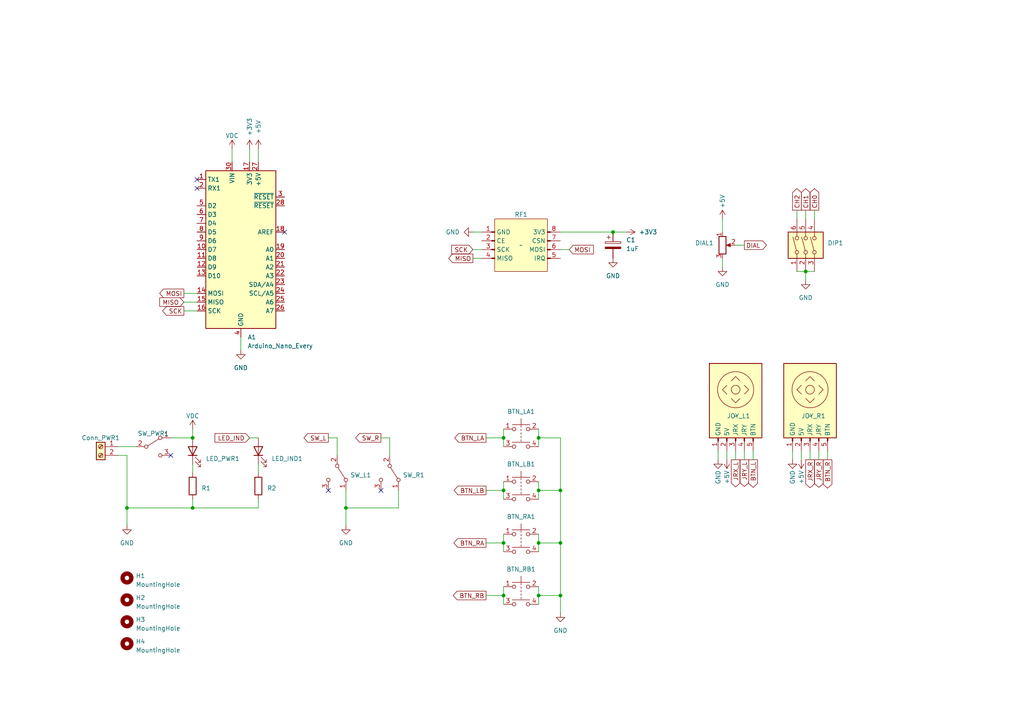
<source format=kicad_sch>
(kicad_sch (version 20230121) (generator eeschema)
  (paper "A4")
  (lib_symbols
    (symbol "Connector:Screw_Terminal_01x02" (pin_names (offset 1.016) hide)
      (property "Reference" "J" (at 0 2.54 0))
      (property "Value" "Screw_Terminal_01x02" (at 0 -5.08 0))
      (symbol "Screw_Terminal_01x02_1_1"
        (rectangle (start -1.27 1.27) (end 1.27 -3.81) (stroke (width 0.254)) (fill (type background)))
        (circle (center 0 -2.54) (radius 0.635) (stroke (width 0.1524)))
        (polyline (pts (xy -0.5334 -2.2098) (xy 0.3302 -3.048)) (stroke (width 0.1524)))
        (polyline (pts (xy -0.5334 0.3302) (xy 0.3302 -0.508)) (stroke (width 0.1524)))
        (polyline (pts (xy -0.3556 -2.032) (xy 0.508 -2.8702)) (stroke (width 0.1524)))
        (polyline (pts (xy -0.3556 0.508) (xy 0.508 -0.3302)) (stroke (width 0.1524)))
        (circle (center 0 0) (radius 0.635) (stroke (width 0.1524)))
        (pin passive line (at -5.08 0 0) (length 3.81) (name "Pin_1") (number "1"))
        (pin passive line (at -5.08 -2.54 0) (length 3.81) (name "Pin_2") (number "2"))
      )
    )
    (symbol "Device:C_Polarized" (pin_numbers hide) (pin_names (offset 0.254))
      (property "Reference" "C" (at 0.635 2.54 0))
      (property "Value" "C_Polarized" (at 0.635 -2.54 0))
      (symbol "C_Polarized_0_1"
        (rectangle (start -2.286 0.508) (end 2.286 1.016))
        (polyline (pts (xy -1.778 2.286) (xy -0.762 2.286)))
        (polyline (pts (xy -1.27 2.794) (xy -1.27 1.778)))
        (rectangle (start 2.286 -0.508) (end -2.286 -1.016) (fill (type outline)))
      )
      (symbol "C_Polarized_1_1"
        (pin passive line (at 0 3.81 270) (length 2.794) (name "~") (number "1"))
        (pin passive line (at 0 -3.81 90) (length 2.794) (name "~") (number "2"))
      )
    )
    (symbol "Device:LED" (pin_numbers hide) (pin_names (offset 1.016) hide)
      (property "Reference" "D" (at 0 2.54 0))
      (property "Value" "LED" (at 0 -2.54 0))
      (symbol "LED_0_1"
        (polyline (pts (xy -1.27 -1.27) (xy -1.27 1.27)) (stroke (width 0.254)))
        (polyline (pts (xy -1.27 0) (xy 1.27 0)))
        (polyline (pts (xy 1.27 -1.27) (xy 1.27 1.27) (xy -1.27 0) (xy 1.27 -1.27)) (stroke (width 0.254)))
        (polyline (pts (xy -3.048 -0.762) (xy -4.572 -2.286) (xy -3.81 -2.286) (xy -4.572 -2.286) (xy -4.572 -1.524)))
        (polyline (pts (xy -1.778 -0.762) (xy -3.302 -2.286) (xy -2.54 -2.286) (xy -3.302 -2.286) (xy -3.302 -1.524)))
      )
      (symbol "LED_1_1"
        (pin passive line (at -3.81 0 0) (length 2.54) (name "K") (number "1"))
        (pin passive line (at 3.81 0 180) (length 2.54) (name "A") (number "2"))
      )
    )
    (symbol "Device:R" (pin_numbers hide) (pin_names (offset 0))
      (property "Reference" "R" (at 2.032 0 90))
      (property "Value" "R" (at 0 0 90))
      (symbol "R_0_1"
        (rectangle (start -1.016 -2.54) (end 1.016 2.54) (stroke (width 0.254)))
      )
      (symbol "R_1_1"
        (pin passive line (at 0 3.81 270) (length 1.27) (name "~") (number "1"))
        (pin passive line (at 0 -3.81 90) (length 1.27) (name "~") (number "2"))
      )
    )
    (symbol "Device:R_Potentiometer" (pin_names (offset 1.016) hide)
      (property "Reference" "RV" (at -4.445 0 90))
      (property "Value" "R_Potentiometer" (at -2.54 0 90))
      (symbol "R_Potentiometer_0_1"
        (polyline (pts (xy 2.54 0) (xy 1.524 0)))
        (polyline (pts (xy 1.143 0) (xy 2.286 0.508) (xy 2.286 -0.508) (xy 1.143 0)) (fill (type outline)))
        (rectangle (start 1.016 2.54) (end -1.016 -2.54) (stroke (width 0.254)))
      )
      (symbol "R_Potentiometer_1_1"
        (pin passive line (at 0 3.81 270) (length 1.27) (name "1") (number "1"))
        (pin passive line (at 3.81 0 180) (length 1.27) (name "2") (number "2"))
        (pin passive line (at 0 -3.81 90) (length 1.27) (name "3") (number "3"))
      )
    )
    (symbol "Joystick:JoystickModule"
      (property "Reference" "JOY" (at 0 0 0))
      (symbol "JoystickModule_0_1"
        (rectangle (start -7.62 15.24) (end 7.62 -6.35) (stroke (width 0.25)) (fill (type background)))
        (polyline (pts (xy -2.54 8.89) (xy -3.81 7.62) (xy -2.54 6.35)))
        (polyline (pts (xy -1.27 5.08) (xy 0 3.81) (xy 1.27 5.08)))
        (polyline (pts (xy 1.27 10.16) (xy 0 11.43) (xy -1.27 10.16)))
        (polyline (pts (xy 2.54 6.35) (xy 3.81 7.62) (xy 2.54 8.89)))
        (circle (center 0 7.62) (radius 1.27))
        (circle (center 0 7.62) (radius 5.2363))
      )
      (symbol "JoystickModule_1_1"
        (rectangle (start -5.207 -6.35) (end -4.953 -7.2136) (stroke (width 0.1524)) (fill (type outline)))
        (rectangle (start -2.413 -7.2136) (end -2.667 -6.35) (stroke (width 0.1524)) (fill (type outline)))
        (rectangle (start -0.127 -6.35) (end 0.127 -7.2136) (stroke (width 0.1524)) (fill (type outline)))
        (polyline (pts (xy -5.08 -7.62) (xy -5.08 -7.2136)) (stroke (width 0.1524)))
        (polyline (pts (xy -2.54 -7.62) (xy -2.54 -7.2136)) (stroke (width 0.1524)))
        (polyline (pts (xy 0 -7.62) (xy 0 -7.2136)) (stroke (width 0.1524)))
        (polyline (pts (xy 2.54 -7.62) (xy 2.54 -7.2136)) (stroke (width 0.1524)))
        (polyline (pts (xy 5.08 -7.62) (xy 5.08 -7.2136)) (stroke (width 0.1524)))
        (rectangle (start 2.413 -6.35) (end 2.667 -7.2136) (stroke (width 0.1524)) (fill (type outline)))
        (rectangle (start 4.953 -6.35) (end 5.207 -7.2136) (stroke (width 0.1524)) (fill (type outline)))
        (pin power_out line (at -5.08 -10.16 90) (length 3.81) (name "GND") (number "1"))
        (pin power_in line (at -2.54 -10.16 90) (length 3.81) (name "5V") (number "2"))
        (pin output line (at 0 -10.16 90) (length 3.81) (name "JRX") (number "3"))
        (pin output line (at 2.54 -10.16 90) (length 3.81) (name "JRY") (number "4"))
        (pin output line (at 5.08 -10.16 90) (length 3.81) (name "BTN") (number "5"))
      )
    )
    (symbol "MCU_Module:Arduino_Nano_Every"
      (property "Reference" "A" (at -10.16 23.495 0))
      (property "Value" "Arduino_Nano_Every" (at 5.08 -24.13 0))
      (symbol "Arduino_Nano_Every_0_1"
        (rectangle (start -10.16 22.86) (end 10.16 -22.86) (stroke (width 0.254)) (fill (type background)))
      )
      (symbol "Arduino_Nano_Every_1_1"
        (pin bidirectional line (at -12.7 20.32 0) (length 2.54) (name "TX1") (number "1"))
        (pin bidirectional line (at -12.7 0 0) (length 2.54) (name "D7") (number "10"))
        (pin bidirectional line (at -12.7 -2.54 0) (length 2.54) (name "D8") (number "11"))
        (pin bidirectional line (at -12.7 -5.08 0) (length 2.54) (name "D9") (number "12"))
        (pin bidirectional line (at -12.7 -7.62 0) (length 2.54) (name "D10") (number "13"))
        (pin bidirectional line (at -12.7 -12.7 0) (length 2.54) (name "MOSI") (number "14"))
        (pin bidirectional line (at -12.7 -15.24 0) (length 2.54) (name "MISO") (number "15"))
        (pin bidirectional line (at -12.7 -17.78 0) (length 2.54) (name "SCK") (number "16"))
        (pin power_out line (at 2.54 25.4 270) (length 2.54) (name "3V3") (number "17"))
        (pin input line (at 12.7 5.08 180) (length 2.54) (name "AREF") (number "18"))
        (pin bidirectional line (at 12.7 0 180) (length 2.54) (name "A0") (number "19"))
        (pin bidirectional line (at -12.7 17.78 0) (length 2.54) (name "RX1") (number "2"))
        (pin bidirectional line (at 12.7 -2.54 180) (length 2.54) (name "A1") (number "20"))
        (pin bidirectional line (at 12.7 -5.08 180) (length 2.54) (name "A2") (number "21"))
        (pin bidirectional line (at 12.7 -7.62 180) (length 2.54) (name "A3") (number "22"))
        (pin bidirectional line (at 12.7 -10.16 180) (length 2.54) (name "SDA/A4") (number "23"))
        (pin bidirectional line (at 12.7 -12.7 180) (length 2.54) (name "SCL/A5") (number "24"))
        (pin bidirectional line (at 12.7 -15.24 180) (length 2.54) (name "A6") (number "25"))
        (pin bidirectional line (at 12.7 -17.78 180) (length 2.54) (name "A7") (number "26"))
        (pin power_out line (at 5.08 25.4 270) (length 2.54) (name "+5V") (number "27"))
        (pin input line (at 12.7 12.7 180) (length 2.54) (name "~{RESET}") (number "28"))
        (pin passive line (at 0 -25.4 90) (length 2.54) hide (name "GND") (number "29"))
        (pin input line (at 12.7 15.24 180) (length 2.54) (name "~{RESET}") (number "3"))
        (pin power_in line (at -2.54 25.4 270) (length 2.54) (name "VIN") (number "30"))
        (pin power_in line (at 0 -25.4 90) (length 2.54) (name "GND") (number "4"))
        (pin bidirectional line (at -12.7 12.7 0) (length 2.54) (name "D2") (number "5"))
        (pin bidirectional line (at -12.7 10.16 0) (length 2.54) (name "D3") (number "6"))
        (pin bidirectional line (at -12.7 7.62 0) (length 2.54) (name "D4") (number "7"))
        (pin bidirectional line (at -12.7 5.08 0) (length 2.54) (name "D5") (number "8"))
        (pin bidirectional line (at -12.7 2.54 0) (length 2.54) (name "D6") (number "9"))
      )
    )
    (symbol "Mechanical:MountingHole" (pin_names (offset 1.016))
      (property "Reference" "H" (at 0 5.08 0))
      (property "Value" "MountingHole" (at 0 3.175 0))
      (symbol "MountingHole_0_1"
        (circle (center 0 0) (radius 1.27) (stroke (width 1.27)))
      )
    )
    (symbol "NR24L01:NRF24L01"
      (property "Reference" "RF" (at 0 0 0))
      (symbol "NRF24L01_0_1"
        (rectangle (start -7.62 7.62) (end 7.62 -7.62) (fill (type background)))
      )
      (symbol "NRF24L01_1_1"
        (rectangle (start -8.4836 -3.937) (end -7.62 -3.683) (stroke (width 0.1524)) (fill (type outline)))
        (rectangle (start -8.4836 -1.397) (end -7.62 -1.143) (stroke (width 0.1524)) (fill (type outline)))
        (rectangle (start -8.4836 1.143) (end -7.62 1.397) (stroke (width 0.1524)) (fill (type outline)))
        (rectangle (start -8.4836 3.683) (end -7.62 3.937) (stroke (width 0.1524)) (fill (type outline)))
        (polyline (pts (xy -8.89 -3.81) (xy -8.4836 -3.81)) (stroke (width 0.1524)))
        (polyline (pts (xy -8.89 -1.27) (xy -8.4836 -1.27)) (stroke (width 0.1524)))
        (polyline (pts (xy -8.89 1.27) (xy -8.4836 1.27)) (stroke (width 0.1524)))
        (polyline (pts (xy -8.89 3.81) (xy -8.4836 3.81)) (stroke (width 0.1524)))
        (polyline (pts (xy 8.89 -3.81) (xy 8.4836 -3.81)) (stroke (width 0.1524)))
        (polyline (pts (xy 8.89 -1.27) (xy 8.4836 -1.27)) (stroke (width 0.1524)))
        (polyline (pts (xy 8.89 1.27) (xy 8.4836 1.27)) (stroke (width 0.1524)))
        (polyline (pts (xy 8.89 3.81) (xy 8.4836 3.81)) (stroke (width 0.1524)))
        (rectangle (start 8.4836 -3.683) (end 7.62 -3.937) (stroke (width 0.1524)) (fill (type outline)))
        (rectangle (start 8.4836 -1.143) (end 7.62 -1.397) (stroke (width 0.1524)) (fill (type outline)))
        (rectangle (start 8.4836 1.397) (end 7.62 1.143) (stroke (width 0.1524)) (fill (type outline)))
        (rectangle (start 8.4836 3.937) (end 7.62 3.683) (stroke (width 0.1524)) (fill (type outline)))
        (pin power_out line (at -11.43 3.81 0) (length 3.81) (name "GND") (number "1"))
        (pin passive line (at -11.43 1.27 0) (length 3.81) (name "CE") (number "2"))
        (pin passive line (at -11.43 -1.27 0) (length 3.81) (name "SCK") (number "3"))
        (pin passive line (at -11.43 -3.81 0) (length 3.81) (name "MISO") (number "4"))
        (pin passive line (at 11.43 -3.81 180) (length 3.81) (name "IRQ") (number "5"))
        (pin passive line (at 11.43 -1.27 180) (length 3.81) (name "MOSI") (number "6"))
        (pin passive line (at 11.43 1.27 180) (length 3.81) (name "CSN") (number "7"))
        (pin power_in line (at 11.43 3.81 180) (length 3.81) (name "3V3") (number "8"))
      )
    )
    (symbol "Switch:SW_DIP_x03" (pin_names (offset 0) hide)
      (property "Reference" "SW" (at 0 8.89 0))
      (property "Value" "SW_DIP_x03" (at 0 -3.81 0))
      (symbol "SW_DIP_x03_0_0"
        (circle (center -2.032 0) (radius 0.508))
        (circle (center -2.032 2.54) (radius 0.508))
        (circle (center -2.032 5.08) (radius 0.508))
        (polyline (pts (xy -1.524 0.127) (xy 2.3622 1.1684)))
        (polyline (pts (xy -1.524 2.667) (xy 2.3622 3.7084)))
        (polyline (pts (xy -1.524 5.207) (xy 2.3622 6.2484)))
        (circle (center 2.032 0) (radius 0.508))
        (circle (center 2.032 2.54) (radius 0.508))
        (circle (center 2.032 5.08) (radius 0.508))
      )
      (symbol "SW_DIP_x03_0_1"
        (rectangle (start -3.81 7.62) (end 3.81 -2.54) (stroke (width 0.254)) (fill (type background)))
      )
      (symbol "SW_DIP_x03_1_1"
        (pin passive line (at -7.62 5.08 0) (length 5.08) (name "~") (number "1"))
        (pin passive line (at -7.62 2.54 0) (length 5.08) (name "~") (number "2"))
        (pin passive line (at -7.62 0 0) (length 5.08) (name "~") (number "3"))
        (pin passive line (at 7.62 0 180) (length 5.08) (name "~") (number "4"))
        (pin passive line (at 7.62 2.54 180) (length 5.08) (name "~") (number "5"))
        (pin passive line (at 7.62 5.08 180) (length 5.08) (name "~") (number "6"))
      )
    )
    (symbol "Switch:SW_Push_Dual" (pin_names (offset 1.016) hide)
      (property "Reference" "SW" (at 1.27 2.54 0))
      (property "Value" "SW_Push_Dual" (at 0 -6.858 0))
      (symbol "SW_Push_Dual_0_1"
        (circle (center -2.032 -5.08) (radius 0.508))
        (circle (center -2.032 0) (radius 0.508))
        (polyline (pts (xy 0 -3.048) (xy 0 -3.556)))
        (polyline (pts (xy 0 -2.032) (xy 0 -2.54)))
        (polyline (pts (xy 0 -1.524) (xy 0 -1.016)))
        (polyline (pts (xy 0 -0.508) (xy 0 0)))
        (polyline (pts (xy 0 0.508) (xy 0 1.016)))
        (polyline (pts (xy 0 1.27) (xy 0 3.048)))
        (polyline (pts (xy 2.54 -3.81) (xy -2.54 -3.81)))
        (polyline (pts (xy 2.54 1.27) (xy -2.54 1.27)))
        (circle (center 2.032 -5.08) (radius 0.508))
        (circle (center 2.032 0) (radius 0.508))
        (pin passive line (at -5.08 0 0) (length 2.54) (name "1") (number "1"))
        (pin passive line (at 5.08 0 180) (length 2.54) (name "2") (number "2"))
        (pin passive line (at -5.08 -5.08 0) (length 2.54) (name "3") (number "3"))
        (pin passive line (at 5.08 -5.08 180) (length 2.54) (name "4") (number "4"))
      )
    )
    (symbol "Switch:SW_SPDT" (pin_names (offset 0) hide)
      (property "Reference" "SW" (at 0 4.318 0))
      (property "Value" "SW_SPDT" (at 0 -5.08 0))
      (symbol "SW_SPDT_0_0"
        (circle (center -2.032 0) (radius 0.508))
        (circle (center 2.032 -2.54) (radius 0.508))
      )
      (symbol "SW_SPDT_0_1"
        (polyline (pts (xy -1.524 0.254) (xy 1.651 2.286)))
        (circle (center 2.032 2.54) (radius 0.508))
      )
      (symbol "SW_SPDT_1_1"
        (pin passive line (at 5.08 2.54 180) (length 2.54) (name "A") (number "1"))
        (pin passive line (at -5.08 0 0) (length 2.54) (name "B") (number "2"))
        (pin passive line (at 5.08 -2.54 180) (length 2.54) (name "C") (number "3"))
      )
    )
    (symbol "power:+3V3" (power) (pin_names (offset 0))
      (property "Value" "+3V3" (at 0 3.556 0))
      (symbol "+3V3_0_1"
        (polyline (pts (xy -0.762 1.27) (xy 0 2.54)))
        (polyline (pts (xy 0 0) (xy 0 2.54)))
        (polyline (pts (xy 0 2.54) (xy 0.762 1.27)))
      )
      (symbol "+3V3_1_1"
        (pin power_in line (at 0 0 90) (length 0) hide (name "+3V3") (number "1"))
      )
    )
    (symbol "power:+5V" (power) (pin_names (offset 0))
      (property "Value" "+5V" (at 0 3.556 0))
      (symbol "+5V_0_1"
        (polyline (pts (xy -0.762 1.27) (xy 0 2.54)))
        (polyline (pts (xy 0 0) (xy 0 2.54)))
        (polyline (pts (xy 0 2.54) (xy 0.762 1.27)))
      )
      (symbol "+5V_1_1"
        (pin power_in line (at 0 0 90) (length 0) hide (name "+5V") (number "1"))
      )
    )
    (symbol "power:GND" (power) (pin_names (offset 0))
      (property "Value" "GND" (at 0 -3.81 0))
      (symbol "GND_0_1"
        (polyline (pts (xy 0 0) (xy 0 -1.27) (xy 1.27 -1.27) (xy 0 -2.54) (xy -1.27 -1.27) (xy 0 -1.27)))
      )
      (symbol "GND_1_1"
        (pin power_in line (at 0 0 270) (length 0) hide (name "GND") (number "1"))
      )
    )
    (symbol "power:VDC" (power) (pin_names (offset 0))
      (property "Value" "VDC" (at 0 6.35 0))
      (symbol "VDC_0_1"
        (polyline (pts (xy -0.762 1.27) (xy 0 2.54)))
        (polyline (pts (xy 0 0) (xy 0 2.54)))
        (polyline (pts (xy 0 2.54) (xy 0.762 1.27)))
      )
      (symbol "VDC_1_1"
        (pin power_in line (at 0 0 90) (length 0) hide (name "VDC") (number "1"))
      )
    )
  )
  (junction (at 156.21 157.48))
  (junction (at 156.21 127))
  (junction (at 146.05 127))
  (junction (at 156.21 142.24))
  (junction (at 100.33 147.32))
  (junction (at 146.05 172.72))
  (junction (at 146.05 142.24))
  (junction (at 146.05 157.48))
  (junction (at 177.8 67.31))
  (junction (at 162.56 172.72))
  (junction (at 55.88 127))
  (junction (at 233.68 78.74))
  (junction (at 162.56 157.48))
  (junction (at 55.88 147.32))
  (junction (at 36.83 147.32))
  (junction (at 162.56 142.24))
  (junction (at 156.21 172.72))
  (no_connect (at 57.15 54.61))
  (no_connect (at 82.55 67.31))
  (no_connect (at 57.15 52.07))
  (no_connect (at 95.25 142.24))
  (no_connect (at 49.53 132.08))
  (no_connect (at 110.49 142.24))
  (wire (pts (xy 137.16 72.39) (xy 139.7 72.39)))
  (wire (pts (xy 240.03 130.81) (xy 240.03 133.35)))
  (wire (pts (xy 177.8 67.31) (xy 181.61 67.31)))
  (wire (pts (xy 115.57 142.24) (xy 115.57 147.32)))
  (wire (pts (xy 210.82 130.81) (xy 210.82 133.35)))
  (wire (pts (xy 156.21 157.48) (xy 156.21 160.02)))
  (wire (pts (xy 218.44 130.81) (xy 218.44 133.35)))
  (wire (pts (xy 146.05 157.48) (xy 146.05 160.02)))
  (wire (pts (xy 162.56 72.39) (xy 165.1 72.39)))
  (wire (pts (xy 231.14 63.5) (xy 231.14 60.96)))
  (wire (pts (xy 53.34 87.63) (xy 57.15 87.63)))
  (wire (pts (xy 229.87 130.81) (xy 229.87 133.35)))
  (wire (pts (xy 115.57 147.32) (xy 100.33 147.32)))
  (wire (pts (xy 140.97 142.24) (xy 146.05 142.24)))
  (wire (pts (xy 74.93 147.32) (xy 74.93 144.78)))
  (wire (pts (xy 97.79 127) (xy 97.79 132.08)))
  (wire (pts (xy 36.83 132.08) (xy 36.83 147.32)))
  (wire (pts (xy 137.16 74.93) (xy 139.7 74.93)))
  (wire (pts (xy 74.93 134.62) (xy 74.93 137.16)))
  (wire (pts (xy 162.56 127) (xy 162.56 142.24)))
  (wire (pts (xy 237.49 130.81) (xy 237.49 133.35)))
  (wire (pts (xy 146.05 124.46) (xy 146.05 127)))
  (wire (pts (xy 233.68 78.74) (xy 233.68 81.28)))
  (wire (pts (xy 162.56 67.31) (xy 177.8 67.31)))
  (wire (pts (xy 233.68 63.5) (xy 233.68 60.96)))
  (wire (pts (xy 67.31 43.18) (xy 67.31 46.99)))
  (wire (pts (xy 74.93 43.18) (xy 74.93 46.99)))
  (wire (pts (xy 34.29 129.54) (xy 39.37 129.54)))
  (wire (pts (xy 146.05 142.24) (xy 146.05 144.78)))
  (wire (pts (xy 156.21 142.24) (xy 162.56 142.24)))
  (wire (pts (xy 209.55 63.5) (xy 209.55 67.31)))
  (wire (pts (xy 140.97 127) (xy 146.05 127)))
  (wire (pts (xy 156.21 127) (xy 162.56 127)))
  (wire (pts (xy 74.93 147.32) (xy 55.88 147.32)))
  (wire (pts (xy 36.83 147.32) (xy 36.83 152.4)))
  (wire (pts (xy 156.21 127) (xy 156.21 129.54)))
  (wire (pts (xy 49.53 127) (xy 55.88 127)))
  (wire (pts (xy 100.33 147.32) (xy 100.33 152.4)))
  (wire (pts (xy 233.68 78.74) (xy 236.22 78.74)))
  (wire (pts (xy 72.39 127) (xy 74.93 127)))
  (wire (pts (xy 156.21 124.46) (xy 156.21 127)))
  (wire (pts (xy 55.88 144.78) (xy 55.88 147.32)))
  (wire (pts (xy 36.83 147.32) (xy 55.88 147.32)))
  (wire (pts (xy 162.56 142.24) (xy 162.56 157.48)))
  (wire (pts (xy 213.36 71.12) (xy 215.9 71.12)))
  (wire (pts (xy 156.21 172.72) (xy 156.21 175.26)))
  (wire (pts (xy 232.41 130.81) (xy 232.41 133.35)))
  (wire (pts (xy 156.21 139.7) (xy 156.21 142.24)))
  (wire (pts (xy 162.56 157.48) (xy 162.56 172.72)))
  (wire (pts (xy 209.55 74.93) (xy 209.55 77.47)))
  (wire (pts (xy 146.05 170.18) (xy 146.05 172.72)))
  (wire (pts (xy 156.21 157.48) (xy 162.56 157.48)))
  (wire (pts (xy 234.95 130.81) (xy 234.95 133.35)))
  (wire (pts (xy 146.05 127) (xy 146.05 129.54)))
  (wire (pts (xy 113.03 127) (xy 113.03 132.08)))
  (wire (pts (xy 208.28 130.81) (xy 208.28 133.35)))
  (wire (pts (xy 137.16 67.31) (xy 139.7 67.31)))
  (wire (pts (xy 231.14 78.74) (xy 233.68 78.74)))
  (wire (pts (xy 156.21 170.18) (xy 156.21 172.72)))
  (wire (pts (xy 215.9 130.81) (xy 215.9 133.35)))
  (wire (pts (xy 146.05 139.7) (xy 146.05 142.24)))
  (wire (pts (xy 72.39 43.18) (xy 72.39 46.99)))
  (wire (pts (xy 156.21 172.72) (xy 162.56 172.72)))
  (wire (pts (xy 53.34 90.17) (xy 57.15 90.17)))
  (wire (pts (xy 95.25 127) (xy 97.79 127)))
  (wire (pts (xy 55.88 127) (xy 55.88 124.46)))
  (wire (pts (xy 69.85 97.79) (xy 69.85 101.6)))
  (wire (pts (xy 156.21 154.94) (xy 156.21 157.48)))
  (wire (pts (xy 140.97 157.48) (xy 146.05 157.48)))
  (wire (pts (xy 162.56 172.72) (xy 162.56 177.8)))
  (wire (pts (xy 146.05 154.94) (xy 146.05 157.48)))
  (wire (pts (xy 34.29 132.08) (xy 36.83 132.08)))
  (wire (pts (xy 140.97 172.72) (xy 146.05 172.72)))
  (wire (pts (xy 156.21 142.24) (xy 156.21 144.78)))
  (wire (pts (xy 55.88 137.16) (xy 55.88 134.62)))
  (wire (pts (xy 236.22 63.5) (xy 236.22 60.96)))
  (wire (pts (xy 53.34 85.09) (xy 57.15 85.09)))
  (wire (pts (xy 146.05 172.72) (xy 146.05 175.26)))
  (wire (pts (xy 100.33 142.24) (xy 100.33 147.32)))
  (wire (pts (xy 213.36 130.81) (xy 213.36 133.35)))
  (wire (pts (xy 110.49 127) (xy 113.03 127)))
  (global_label "BTN_LB" (shape output) (at 140.97 142.24 180) (property "Intersheetrefs" "${INTERSHEET_REFS}" (effects hide)))
  (global_label "DIAL" (shape output) (at 215.9 71.12 0) (property "Intersheetrefs" "${INTERSHEET_REFS}" (effects hide)))
  (global_label "MOSI" (shape output) (at 53.34 85.09 180) (property "Intersheetrefs" "${INTERSHEET_REFS}" (effects hide)))
  (global_label "JRX_L" (shape output) (at 213.36 133.35 270) (property "Intersheetrefs" "${INTERSHEET_REFS}" (effects hide)))
  (global_label "BTN_R" (shape output) (at 240.03 133.35 270) (property "Intersheetrefs" "${INTERSHEET_REFS}" (effects hide)))
  (global_label "JRY_R" (shape output) (at 237.49 133.35 270) (property "Intersheetrefs" "${INTERSHEET_REFS}" (effects hide)))
  (global_label "MISO" (shape input) (at 53.34 87.63 180) (property "Intersheetrefs" "${INTERSHEET_REFS}" (effects hide)))
  (global_label "JRX_R" (shape output) (at 234.95 133.35 270) (property "Intersheetrefs" "${INTERSHEET_REFS}" (effects hide)))
  (global_label "JRY_L" (shape output) (at 215.9 133.35 270) (property "Intersheetrefs" "${INTERSHEET_REFS}" (effects hide)))
  (global_label "SCK" (shape output) (at 53.34 90.17 180) (property "Intersheetrefs" "${INTERSHEET_REFS}" (effects hide)))
  (global_label "LED_IND" (shape input) (at 72.39 127 180) (property "Intersheetrefs" "${INTERSHEET_REFS}" (effects hide)))
  (global_label "SCK" (shape input) (at 137.16 72.39 180) (property "Intersheetrefs" "${INTERSHEET_REFS}" (effects hide)))
  (global_label "BTN_RA" (shape output) (at 140.97 157.48 180) (property "Intersheetrefs" "${INTERSHEET_REFS}" (effects hide)))
  (global_label "SW_L" (shape output) (at 95.25 127 180) (property "Intersheetrefs" "${INTERSHEET_REFS}" (effects hide)))
  (global_label "MISO" (shape output) (at 137.16 74.93 180) (property "Intersheetrefs" "${INTERSHEET_REFS}" (effects hide)))
  (global_label "BTN_RB" (shape output) (at 140.97 172.72 180) (property "Intersheetrefs" "${INTERSHEET_REFS}" (effects hide)))
  (global_label "BTN_L" (shape output) (at 218.44 133.35 270) (property "Intersheetrefs" "${INTERSHEET_REFS}" (effects hide)))
  (global_label "CH2" (shape output) (at 231.14 60.96 90) (property "Intersheetrefs" "${INTERSHEET_REFS}" (effects hide)))
  (global_label "CH0" (shape output) (at 236.22 60.96 90) (property "Intersheetrefs" "${INTERSHEET_REFS}" (effects hide)))
  (global_label "CH1" (shape output) (at 233.68 60.96 90) (property "Intersheetrefs" "${INTERSHEET_REFS}" (effects hide)))
  (global_label "SW_R" (shape output) (at 110.49 127 180) (property "Intersheetrefs" "${INTERSHEET_REFS}" (effects hide)))
  (global_label "MOSI" (shape input) (at 165.1 72.39 0) (property "Intersheetrefs" "${INTERSHEET_REFS}" (effects hide)))
  (global_label "BTN_LA" (shape output) (at 140.97 127 180) (property "Intersheetrefs" "${INTERSHEET_REFS}" (effects hide)))
  (symbol (lib_id "Switch:SW_Push_Dual") (at 151.13 154.94 0) (unit 1)
    (property "Reference" "BTN_RA1" (at 151.13 149.86 0))
    (property "Value" "SW_Push_Dual" (effects hide))
    (property "Footprint" "Button_Switch_THT:SW_PUSH_6mm_H8mm" (effects hide))
  )
  (symbol (lib_id "Switch:SW_Push_Dual") (at 151.13 170.18 0) (unit 1)
    (property "Reference" "BTN_RB1" (at 151.13 165.1 0))
    (property "Value" "SW_Push_Dual" (effects hide))
    (property "Footprint" "Button_Switch_THT:SW_PUSH_6mm_H8mm" (effects hide))
  )
  (symbol (lib_id "power:GND") (at 100.33 152.4 0) (unit 1)
    (property "Reference" "#PWR07" (effects hide))
    (property "Value" "GND" (at 100.33 157.48 0))
  )
  (symbol (lib_id "power:+3V3") (at 72.39 43.18 0) (unit 1)
    (property "Reference" "#PWR05" (effects hide))
    (property "Value" "+3V3" (at 72.39 36.83 90))
  )
  (symbol (lib_id "power:GND") (at 208.28 133.35 0) (unit 1)
    (property "Reference" "#PWR012" (effects hide))
    (property "Value" "GND" (at 208.28 138.43 90))
  )
  (symbol (lib_id "power:+5V") (at 209.55 63.5 0) (unit 1)
    (property "Reference" "#PWR013" (effects hide))
    (property "Value" "+5V" (at 209.55 58.42 90))
  )
  (symbol (lib_id "power:GND") (at 209.55 77.47 0) (unit 1)
    (property "Reference" "#PWR014" (effects hide))
    (property "Value" "GND" (at 209.55 82.55 0))
  )
  (symbol (lib_id "Connector:Screw_Terminal_01x02") (at 29.21 129.54 0) (mirror y) (unit 1)
    (property "Reference" "Conn_PWR1" (at 29.21 127 0))
    (property "Value" "Screw_Terminal_01x02" (effects hide))
    (property "Footprint" "TerminalBlock:TerminalBlock_bornier-2_P5.08mm" (effects hide))
  )
  (symbol (lib_id "Mechanical:MountingHole") (at 36.83 173.99 0) (unit 1)
    (property "Reference" "H2" (at 39.37 173.355 0) (effects (justify left)))
    (property "Value" "MountingHole" (at 39.37 175.895 0) (effects (justify left)))
    (property "Footprint" "MountingHole:MountingHole_3.2mm_M3" (effects hide))
  )
  (symbol (lib_id "Switch:SW_DIP_x03") (at 236.22 71.12 90) (unit 1)
    (property "Reference" "DIP1" (at 240.03 70.485 90) (effects (justify right)))
    (property "Value" "SW_DIP_x03" (effects hide))
    (property "Footprint" "Button_Switch_THT:SW_DIP_SPSTx03_Slide_9.78x9.8mm_W7.62mm_P2.54mm" (effects hide))
  )
  (symbol (lib_id "power:+5V") (at 74.93 43.18 0) (unit 1)
    (property "Reference" "#PWR06" (effects hide))
    (property "Value" "+5V" (at 74.93 36.83 90))
  )
  (symbol (lib_id "power:GND") (at 177.8 74.93 0) (unit 1)
    (property "Reference" "#PWR010" (effects hide))
    (property "Value" "GND" (at 177.8 80.01 0))
  )
  (symbol (lib_id "Switch:SW_SPDT") (at 44.45 129.54 0) (unit 1)
    (property "Reference" "SW_PWR1" (at 44.45 125.73 0))
    (property "Value" "SW_SPDT" (effects hide))
  )
  (symbol (lib_id "power:GND") (at 229.87 133.35 0) (unit 1)
    (property "Reference" "#PWR016" (effects hide))
    (property "Value" "GND" (at 229.87 138.43 90))
  )
  (symbol (lib_id "power:GND") (at 233.68 81.28 0) (unit 1)
    (property "Reference" "#PWR018" (effects hide))
    (property "Value" "GND" (at 233.68 86.36 0))
  )
  (symbol (lib_id "Mechanical:MountingHole") (at 36.83 180.34 0) (unit 1)
    (property "Reference" "H3" (at 39.37 179.705 0) (effects (justify left)))
    (property "Value" "MountingHole" (at 39.37 182.245 0) (effects (justify left)))
    (property "Footprint" "MountingHole:MountingHole_3.2mm_M3" (effects hide))
  )
  (symbol (lib_id "Switch:SW_Push_Dual") (at 151.13 139.7 0) (unit 1)
    (property "Reference" "BTN_LB1" (at 151.13 134.62 0))
    (property "Value" "SW_Push_Dual" (effects hide))
    (property "Footprint" "Button_Switch_THT:SW_PUSH_6mm_H8mm" (effects hide))
  )
  (symbol (lib_id "power:+3V3") (at 181.61 67.31 270) (unit 1)
    (property "Reference" "#PWR011" (effects hide))
    (property "Value" "+3V3" (at 187.96 67.31 90))
  )
  (symbol (lib_id "Device:C_Polarized") (at 177.8 71.12 0) (unit 1)
    (property "Reference" "C1" (at 181.61 69.596 0) (effects (justify left)))
    (property "Value" "1uF" (at 181.61 72.136 0) (effects (justify left)))
    (property "Footprint" "Capacitor_THT:CP_Radial_D5.0mm_P2.00mm" (effects hide))
  )
  (symbol (lib_id "power:GND") (at 162.56 177.8 0) (unit 1)
    (property "Reference" "#PWR09" (effects hide))
    (property "Value" "GND" (at 162.56 182.88 0))
  )
  (symbol (lib_id "MCU_Module:Arduino_Nano_Every") (at 69.85 72.39 0) (unit 1)
    (property "Reference" "A1" (at 71.8059 97.79 0) (effects (justify left)))
    (property "Value" "Arduino_Nano_Every" (at 71.8059 100.33 0) (effects (justify left)))
    (property "Footprint" "Module:Arduino_Nano" (effects hide))
    (property "Datasheet" "https://content.arduino.cc/assets/NANOEveryV3.0_sch.pdf" (effects hide))
  )
  (symbol (lib_id "power:+5V") (at 232.41 133.35 180) (unit 1)
    (property "Reference" "#PWR017" (effects hide))
    (property "Value" "+5V" (at 232.41 138.43 90))
  )
  (symbol (lib_id "Device:R") (at 74.93 140.97 180) (unit 1)
    (property "Reference" "R2" (at 77.47 141.605 0) (effects (justify right)))
    (property "Value" "R" (effects hide))
    (property "Footprint" "Resistor_THT:R_Axial_DIN0207_L6.3mm_D2.5mm_P10.16mm_Horizontal" (effects hide))
  )
  (symbol (lib_id "power:VDC") (at 67.31 43.18 0) (unit 1)
    (property "Reference" "#PWR03" (effects hide))
    (property "Value" "VDC" (at 67.31 39.37 0))
  )
  (symbol (lib_id "Joystick:JoystickModule") (at 213.36 120.65 0) (unit 1)
    (property "Reference" "JOY_L1" (at 210.82 120.65 0) (effects (justify left)))
    (property "Value" "~" (at 213.36 120.65 0))
  )
  (symbol (lib_id "Joystick:JoystickModule") (at 234.95 120.65 0) (unit 1)
    (property "Reference" "JOY_R1" (at 232.41 120.65 0) (effects (justify left)))
    (property "Value" "~" (at 234.95 120.65 0))
  )
  (symbol (lib_id "Mechanical:MountingHole") (at 36.83 167.64 0) (unit 1)
    (property "Reference" "H1" (at 39.37 167.005 0) (effects (justify left)))
    (property "Value" "MountingHole" (at 39.37 169.545 0) (effects (justify left)))
    (property "Footprint" "MountingHole:MountingHole_3.2mm_M3" (effects hide))
  )
  (symbol (lib_id "Switch:SW_SPDT") (at 97.79 137.16 270) (unit 1)
    (property "Reference" "SW_L1" (at 101.6 137.795 90) (effects (justify left)))
    (property "Value" "SW_SPDT" (effects hide))
  )
  (symbol (lib_id "power:+5V") (at 210.82 133.35 180) (unit 1)
    (property "Reference" "#PWR015" (effects hide))
    (property "Value" "+5V" (at 210.82 138.43 90))
  )
  (symbol (lib_id "Device:R") (at 55.88 140.97 0) (unit 1)
    (property "Reference" "R1" (at 58.42 141.605 0) (effects (justify left)))
    (property "Value" "R" (effects hide))
    (property "Footprint" "Resistor_THT:R_Axial_DIN0207_L6.3mm_D2.5mm_P10.16mm_Horizontal" (effects hide))
  )
  (symbol (lib_id "NR24L01:NRF24L01") (at 151.13 71.12 0) (unit 1)
    (property "Reference" "RF1" (at 151.13 62.23 0))
    (property "Value" "~" (at 151.13 71.12 0))
  )
  (symbol (lib_id "power:GND") (at 36.83 152.4 0) (unit 1)
    (property "Reference" "#PWR01" (effects hide))
    (property "Value" "GND" (at 36.83 157.48 0))
  )
  (symbol (lib_id "Mechanical:MountingHole") (at 36.83 186.69 0) (unit 1)
    (property "Reference" "H4" (at 39.37 186.055 0) (effects (justify left)))
    (property "Value" "MountingHole" (at 39.37 188.595 0) (effects (justify left)))
    (property "Footprint" "MountingHole:MountingHole_3.2mm_M3" (effects hide))
  )
  (symbol (lib_id "Switch:SW_SPDT") (at 113.03 137.16 270) (unit 1)
    (property "Reference" "SW_R1" (at 116.84 137.795 90) (effects (justify left)))
    (property "Value" "SW_SPDT" (effects hide))
  )
  (symbol (lib_id "Switch:SW_Push_Dual") (at 151.13 124.46 0) (unit 1)
    (property "Reference" "BTN_LA1" (at 151.13 119.38 0))
    (property "Value" "SW_Push_Dual" (effects hide))
    (property "Footprint" "Button_Switch_THT:SW_PUSH_6mm_H8mm" (effects hide))
  )
  (symbol (lib_id "Device:LED") (at 55.88 130.81 90) (unit 1)
    (property "Reference" "LED_PWR1" (at 59.69 133.0325 90) (effects (justify right)))
    (property "Value" "LED" (effects hide))
    (property "Footprint" "LED_THT:LED_D5.0mm" (effects hide))
  )
  (symbol (lib_id "power:GND") (at 69.85 101.6 0) (unit 1)
    (property "Reference" "#PWR04" (effects hide))
    (property "Value" "GND" (at 69.85 106.68 0))
  )
  (symbol (lib_id "Device:LED") (at 74.93 130.81 90) (unit 1)
    (property "Reference" "LED_IND1" (at 78.74 133.0325 90) (effects (justify right)))
    (property "Value" "LED" (effects hide))
    (property "Footprint" "LED_THT:LED_D5.0mm" (effects hide))
  )
  (symbol (lib_id "power:GND") (at 137.16 67.31 270) (unit 1)
    (property "Reference" "#PWR08" (effects hide))
    (property "Value" "GND" (at 133.35 67.31 90) (effects (justify right)))
  )
  (symbol (lib_id "Device:R_Potentiometer") (at 209.55 71.12 0) (unit 1)
    (property "Reference" "DIAL1" (at 207.01 70.485 0) (effects (justify right)))
    (property "Value" "R_Potentiometer" (effects hide))
    (property "Footprint" "Potentiometer_THT:Potentiometer_Bourns_3296W_Vertical" (effects hide))
  )
  (symbol (lib_id "power:VDC") (at 55.88 124.46 0) (unit 1)
    (property "Reference" "#PWR02" (effects hide))
    (property "Value" "VDC" (at 55.88 120.65 0))
  )
)
</source>
